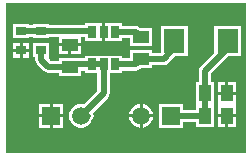
<source format=gtl>
G04*
G04 #@! TF.GenerationSoftware,Altium Limited,Altium Designer,20.1.11 (218)*
G04*
G04 Layer_Physical_Order=1*
G04 Layer_Color=255*
%FSLAX25Y25*%
%MOIN*%
G70*
G04*
G04 #@! TF.SameCoordinates,347E647A-96CB-41B1-9455-37820EC3F16A*
G04*
G04*
G04 #@! TF.FilePolarity,Positive*
G04*
G01*
G75*
%ADD21R,0.07087X0.07874*%
%ADD22R,0.02756X0.03937*%
%ADD23R,0.03347X0.02756*%
%ADD24R,0.03937X0.05315*%
%ADD25R,0.05315X0.03937*%
%ADD26C,0.02000*%
%ADD27R,0.05906X0.05906*%
%ADD28C,0.05906*%
G36*
X182500Y137500D02*
X102500D01*
Y187500D01*
X182500D01*
Y137500D01*
D02*
G37*
%LPC*%
G36*
X134500Y180882D02*
X128882D01*
Y180287D01*
X116961D01*
Y180726D01*
X111615D01*
Y180287D01*
X110173D01*
Y180626D01*
X104827D01*
Y175870D01*
X110173D01*
Y176209D01*
X111615D01*
Y175970D01*
X116961D01*
Y176209D01*
X120159D01*
Y174099D01*
X127474D01*
Y176209D01*
X128882D01*
Y174945D01*
X134500D01*
Y177913D01*
Y180882D01*
D02*
G37*
G36*
X141118D02*
X135500D01*
Y177913D01*
Y174945D01*
X141118D01*
Y175874D01*
X143842D01*
Y173173D01*
X151157D01*
Y179110D01*
X147415D01*
X147170Y179355D01*
X146509Y179797D01*
X145728Y179953D01*
X141118D01*
Y180882D01*
D02*
G37*
G36*
X110173Y174130D02*
X108000D01*
Y172252D01*
X110173D01*
Y174130D01*
D02*
G37*
G36*
X107000D02*
X104827D01*
Y172252D01*
X107000D01*
Y174130D01*
D02*
G37*
G36*
X163185Y179937D02*
X154098D01*
Y170897D01*
X151157D01*
Y171827D01*
X143842D01*
Y169126D01*
X141118D01*
Y170055D01*
X128882D01*
Y169126D01*
X127474D01*
Y169284D01*
X120159D01*
Y168397D01*
X117379D01*
X117202Y168574D01*
X116962Y169474D01*
X116961D01*
Y174230D01*
X111615D01*
Y169474D01*
X112249D01*
Y168604D01*
X112404Y167824D01*
X112846Y167162D01*
X115092Y164916D01*
X115754Y164474D01*
X116534Y164319D01*
X120159D01*
Y163347D01*
X127474D01*
Y165047D01*
X128882D01*
Y164118D01*
X132961D01*
Y158345D01*
X128475Y153858D01*
X127500Y153987D01*
X126468Y153851D01*
X125507Y153453D01*
X124681Y152819D01*
X124047Y151993D01*
X123649Y151032D01*
X123513Y150000D01*
X123649Y148968D01*
X124047Y148007D01*
X124681Y147181D01*
X125507Y146547D01*
X126271Y146230D01*
X126720Y145931D01*
X127500Y145776D01*
X128280Y145931D01*
X128728Y146230D01*
X129493Y146547D01*
X130319Y147181D01*
X130953Y148007D01*
X131270Y148772D01*
X131569Y149220D01*
X131724Y150000D01*
X131569Y150780D01*
X131407Y151023D01*
X136442Y156058D01*
X136884Y156720D01*
X137039Y157500D01*
Y164118D01*
X141118D01*
Y165047D01*
X145728D01*
X146509Y165203D01*
X147170Y165645D01*
X147415Y165890D01*
X151157D01*
Y166819D01*
X155000D01*
X155780Y166974D01*
X156442Y167416D01*
X159089Y170063D01*
X163185D01*
Y179937D01*
D02*
G37*
G36*
X127474Y173099D02*
X124316D01*
Y170630D01*
X127474D01*
Y173099D01*
D02*
G37*
G36*
X123316D02*
X120159D01*
Y170630D01*
X123316D01*
Y173099D01*
D02*
G37*
G36*
X110173Y171252D02*
X108000D01*
Y169374D01*
X110173D01*
Y171252D01*
D02*
G37*
G36*
X107000D02*
X104827D01*
Y169374D01*
X107000D01*
Y171252D01*
D02*
G37*
G36*
X179110Y161158D02*
X176642D01*
Y158000D01*
X179110D01*
Y161158D01*
D02*
G37*
G36*
X175642D02*
X173173D01*
Y158000D01*
X175642D01*
Y161158D01*
D02*
G37*
G36*
X180902Y179937D02*
X171815D01*
Y170841D01*
X167416Y166442D01*
X166974Y165780D01*
X166819Y165000D01*
Y161158D01*
X165890D01*
Y153842D01*
X165890D01*
Y153657D01*
X165890D01*
Y152039D01*
X161453D01*
Y153953D01*
X153547D01*
Y146047D01*
X161453D01*
Y147961D01*
X165890D01*
Y146343D01*
X171827D01*
Y153657D01*
X171827D01*
Y153842D01*
X171827D01*
Y161158D01*
X170897D01*
Y164155D01*
X176805Y170063D01*
X180902D01*
Y179937D01*
D02*
G37*
G36*
X148000Y153921D02*
Y150500D01*
X151421D01*
X151351Y151032D01*
X150953Y151993D01*
X150319Y152819D01*
X149493Y153453D01*
X148532Y153851D01*
X148000Y153921D01*
D02*
G37*
G36*
X121453Y153953D02*
X118000D01*
Y150500D01*
X121453D01*
Y153953D01*
D02*
G37*
G36*
X117000D02*
X113547D01*
Y150500D01*
X117000D01*
Y153953D01*
D02*
G37*
G36*
X147000Y153921D02*
X146468Y153851D01*
X145507Y153453D01*
X144681Y152819D01*
X144047Y151993D01*
X143649Y151032D01*
X143579Y150500D01*
X147000D01*
Y153921D01*
D02*
G37*
G36*
X179110Y157000D02*
X176142D01*
X173173D01*
Y154657D01*
X173173Y153842D01*
X173173Y152842D01*
Y150500D01*
X176142D01*
X179110D01*
Y152842D01*
X179110Y153657D01*
X179110Y154657D01*
Y157000D01*
D02*
G37*
G36*
Y149500D02*
X176642D01*
Y146343D01*
X179110D01*
Y149500D01*
D02*
G37*
G36*
X175642D02*
X173173D01*
Y146343D01*
X175642D01*
Y149500D01*
D02*
G37*
G36*
X151421Y149500D02*
X148000D01*
Y146079D01*
X148532Y146149D01*
X149493Y146547D01*
X150319Y147181D01*
X150953Y148007D01*
X151351Y148968D01*
X151421Y149500D01*
D02*
G37*
G36*
X147000D02*
X143579D01*
X143649Y148968D01*
X144047Y148007D01*
X144681Y147181D01*
X145507Y146547D01*
X146468Y146149D01*
X147000Y146079D01*
Y149500D01*
D02*
G37*
G36*
X121453D02*
X118000D01*
Y146047D01*
X121453D01*
Y149500D01*
D02*
G37*
G36*
X117000D02*
X113547D01*
Y146047D01*
X117000D01*
Y149500D01*
D02*
G37*
%LPD*%
D21*
X158642Y175000D02*
D03*
X176358D02*
D03*
D22*
X138740Y177913D02*
D03*
X135000D02*
D03*
X131260D02*
D03*
Y167087D02*
D03*
X135000D02*
D03*
X138740D02*
D03*
D23*
X107500Y171752D02*
D03*
Y178248D02*
D03*
X114288Y171852D02*
D03*
Y178348D02*
D03*
D24*
X168858Y150000D02*
D03*
X176142D02*
D03*
X168858Y157500D02*
D03*
X176142D02*
D03*
D25*
X147500Y176142D02*
D03*
Y168858D02*
D03*
X123816Y166315D02*
D03*
Y173599D02*
D03*
D26*
X176358Y172500D02*
Y175000D01*
X168858Y165000D02*
X176358Y172500D01*
X158642D02*
Y175000D01*
X155000Y168858D02*
X158642Y172500D01*
X127500Y147815D02*
X129685Y150000D01*
X135000Y157500D02*
Y165000D01*
X127500Y150000D02*
X135000Y157500D01*
X157500Y150000D02*
X168858D01*
X107500Y178248D02*
X130925D01*
X114288Y168604D02*
Y171852D01*
Y168604D02*
X116534Y166358D01*
X125000D01*
X123816Y166315D02*
X124588Y167087D01*
X131260D01*
X145728Y177913D02*
X147500Y176142D01*
X138740Y177913D02*
X145728D01*
X168858Y157500D02*
Y165000D01*
X147500Y168858D02*
X155000D01*
X145728Y167087D02*
X147500Y168858D01*
X138740Y167087D02*
X145728D01*
X168858Y150000D02*
Y157500D01*
X147500Y176142D02*
X147913Y176555D01*
X130925Y178248D02*
X131260Y177913D01*
Y167087D02*
X135000D01*
D27*
X117500Y150000D02*
D03*
X157500D02*
D03*
D28*
X127500D02*
D03*
X147500D02*
D03*
M02*

</source>
